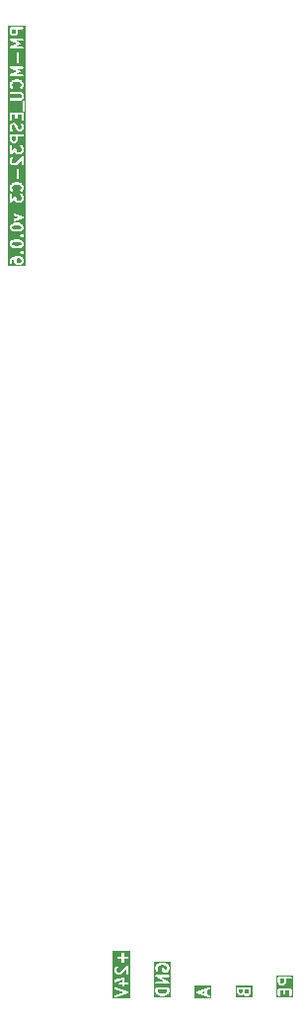
<source format=gbr>
%TF.GenerationSoftware,KiCad,Pcbnew,9.0.1*%
%TF.CreationDate,2025-05-24T17:32:27+03:00*%
%TF.ProjectId,PM-MCU_ESP32-C3,504d2d4d-4355-45f4-9553-5033322d4333,rev?*%
%TF.SameCoordinates,Original*%
%TF.FileFunction,Legend,Bot*%
%TF.FilePolarity,Positive*%
%FSLAX46Y46*%
G04 Gerber Fmt 4.6, Leading zero omitted, Abs format (unit mm)*
G04 Created by KiCad (PCBNEW 9.0.1) date 2025-05-24 17:32:27*
%MOMM*%
%LPD*%
G01*
G04 APERTURE LIST*
%ADD10C,0.200000*%
G04 APERTURE END LIST*
D10*
G36*
X21852219Y-46963862D02*
G01*
X21822414Y-47023471D01*
X21797746Y-47048138D01*
X21738135Y-47077945D01*
X21642492Y-47077945D01*
X21582882Y-47048140D01*
X21563430Y-47028688D01*
X21528409Y-46923623D01*
X21528409Y-46706517D01*
X21852219Y-46706517D01*
X21852219Y-46963862D01*
G37*
G36*
X21328409Y-46916243D02*
G01*
X21298604Y-46975852D01*
X21273935Y-47000520D01*
X21214326Y-47030326D01*
X21166302Y-47030326D01*
X21106692Y-47000521D01*
X21082024Y-46975852D01*
X21052219Y-46916242D01*
X21052219Y-46706517D01*
X21328409Y-46706517D01*
X21328409Y-46916243D01*
G37*
G36*
X22163330Y-47389056D02*
G01*
X20741108Y-47389056D01*
X20741108Y-46606517D01*
X20852219Y-46606517D01*
X20852219Y-46939850D01*
X20854140Y-46959359D01*
X20855515Y-46962679D01*
X20855770Y-46966263D01*
X20862776Y-46984571D01*
X20910395Y-47079809D01*
X20915680Y-47088205D01*
X20916691Y-47090645D01*
X20918944Y-47093391D01*
X20920838Y-47096399D01*
X20922832Y-47098128D01*
X20929127Y-47105799D01*
X20976746Y-47153417D01*
X20984412Y-47159709D01*
X20986145Y-47161707D01*
X20989153Y-47163600D01*
X20991899Y-47165854D01*
X20994339Y-47166864D01*
X21002736Y-47172150D01*
X21097973Y-47219769D01*
X21116282Y-47226775D01*
X21119865Y-47227029D01*
X21123186Y-47228405D01*
X21142695Y-47230326D01*
X21237933Y-47230326D01*
X21257442Y-47228405D01*
X21260762Y-47227029D01*
X21264346Y-47226775D01*
X21282654Y-47219769D01*
X21377892Y-47172150D01*
X21386288Y-47166864D01*
X21388728Y-47165854D01*
X21391474Y-47163600D01*
X21394482Y-47161707D01*
X21396211Y-47159712D01*
X21403882Y-47153418D01*
X21404670Y-47152629D01*
X21405317Y-47153418D01*
X21452936Y-47201036D01*
X21460602Y-47207328D01*
X21462335Y-47209326D01*
X21465343Y-47211219D01*
X21468089Y-47213473D01*
X21470529Y-47214483D01*
X21478926Y-47219769D01*
X21574163Y-47267388D01*
X21592472Y-47274394D01*
X21596055Y-47274648D01*
X21599376Y-47276024D01*
X21618885Y-47277945D01*
X21761742Y-47277945D01*
X21781251Y-47276024D01*
X21784571Y-47274648D01*
X21788155Y-47274394D01*
X21806463Y-47267388D01*
X21901701Y-47219769D01*
X21910093Y-47214485D01*
X21912537Y-47213474D01*
X21915286Y-47211217D01*
X21918291Y-47209326D01*
X21920020Y-47207331D01*
X21927690Y-47201037D01*
X21975310Y-47153419D01*
X21981603Y-47145750D01*
X21983600Y-47144019D01*
X21985493Y-47141010D01*
X21987747Y-47138265D01*
X21988757Y-47135824D01*
X21994043Y-47127428D01*
X22041662Y-47032191D01*
X22048668Y-47013882D01*
X22048922Y-47010298D01*
X22050298Y-47006978D01*
X22052219Y-46987469D01*
X22052219Y-46606517D01*
X22050298Y-46587008D01*
X22035366Y-46550960D01*
X22007776Y-46523370D01*
X21971728Y-46508438D01*
X21952219Y-46506517D01*
X20952219Y-46506517D01*
X20932710Y-46508438D01*
X20896662Y-46523370D01*
X20869072Y-46550960D01*
X20854140Y-46587008D01*
X20852219Y-46606517D01*
X20741108Y-46606517D01*
X20741108Y-46395406D01*
X22163330Y-46395406D01*
X22163330Y-47389056D01*
G37*
G36*
X24876028Y-46059100D02*
G01*
X24846223Y-46118709D01*
X24821554Y-46143377D01*
X24761945Y-46173183D01*
X24666302Y-46173183D01*
X24606692Y-46143378D01*
X24582024Y-46118709D01*
X24552219Y-46059099D01*
X24552219Y-45801755D01*
X24876028Y-45801755D01*
X24876028Y-46059100D01*
G37*
G36*
X25663330Y-47387135D02*
G01*
X24241108Y-47387135D01*
X24241108Y-46701755D01*
X24352219Y-46701755D01*
X24352219Y-47177945D01*
X24354140Y-47197454D01*
X24369072Y-47233502D01*
X24396662Y-47261092D01*
X24432710Y-47276024D01*
X24471728Y-47276024D01*
X24507776Y-47261092D01*
X24535366Y-47233502D01*
X24550298Y-47197454D01*
X24552219Y-47177945D01*
X24552219Y-46801755D01*
X24828409Y-46801755D01*
X24828409Y-47035088D01*
X24830330Y-47054597D01*
X24845262Y-47090645D01*
X24872852Y-47118235D01*
X24908900Y-47133167D01*
X24947918Y-47133167D01*
X24983966Y-47118235D01*
X25011556Y-47090645D01*
X25026488Y-47054597D01*
X25028409Y-47035088D01*
X25028409Y-46801755D01*
X25352219Y-46801755D01*
X25352219Y-47177945D01*
X25354140Y-47197454D01*
X25369072Y-47233502D01*
X25396662Y-47261092D01*
X25432710Y-47276024D01*
X25471728Y-47276024D01*
X25507776Y-47261092D01*
X25535366Y-47233502D01*
X25550298Y-47197454D01*
X25552219Y-47177945D01*
X25552219Y-46701755D01*
X25550298Y-46682246D01*
X25535366Y-46646198D01*
X25507776Y-46618608D01*
X25471728Y-46603676D01*
X25452219Y-46601755D01*
X24452219Y-46601755D01*
X24432710Y-46603676D01*
X24396662Y-46618608D01*
X24369072Y-46646198D01*
X24354140Y-46682246D01*
X24352219Y-46701755D01*
X24241108Y-46701755D01*
X24241108Y-45701755D01*
X24352219Y-45701755D01*
X24352219Y-46082707D01*
X24354140Y-46102216D01*
X24355515Y-46105536D01*
X24355770Y-46109120D01*
X24362776Y-46127428D01*
X24410395Y-46222666D01*
X24415680Y-46231062D01*
X24416691Y-46233502D01*
X24418944Y-46236248D01*
X24420838Y-46239256D01*
X24422832Y-46240985D01*
X24429127Y-46248656D01*
X24476746Y-46296274D01*
X24484412Y-46302566D01*
X24486145Y-46304564D01*
X24489153Y-46306457D01*
X24491899Y-46308711D01*
X24494339Y-46309721D01*
X24502736Y-46315007D01*
X24597973Y-46362626D01*
X24616282Y-46369632D01*
X24619865Y-46369886D01*
X24623186Y-46371262D01*
X24642695Y-46373183D01*
X24785552Y-46373183D01*
X24805061Y-46371262D01*
X24808381Y-46369886D01*
X24811965Y-46369632D01*
X24830273Y-46362626D01*
X24925511Y-46315007D01*
X24933907Y-46309721D01*
X24936347Y-46308711D01*
X24939093Y-46306457D01*
X24942101Y-46304564D01*
X24943830Y-46302569D01*
X24951501Y-46296275D01*
X24999119Y-46248656D01*
X25005411Y-46240989D01*
X25007409Y-46239257D01*
X25009302Y-46236248D01*
X25011556Y-46233503D01*
X25012566Y-46231062D01*
X25017852Y-46222666D01*
X25065471Y-46127429D01*
X25072477Y-46109120D01*
X25072731Y-46105536D01*
X25074107Y-46102216D01*
X25076028Y-46082707D01*
X25076028Y-45801755D01*
X25452219Y-45801755D01*
X25471728Y-45799834D01*
X25507776Y-45784902D01*
X25535366Y-45757312D01*
X25550298Y-45721264D01*
X25550298Y-45682246D01*
X25535366Y-45646198D01*
X25507776Y-45618608D01*
X25471728Y-45603676D01*
X25452219Y-45601755D01*
X24452219Y-45601755D01*
X24432710Y-45603676D01*
X24396662Y-45618608D01*
X24369072Y-45646198D01*
X24354140Y-45682246D01*
X24352219Y-45701755D01*
X24241108Y-45701755D01*
X24241108Y-45490644D01*
X25663330Y-45490644D01*
X25663330Y-47387135D01*
G37*
G36*
X2297746Y15881474D02*
G01*
X2322414Y15856807D01*
X2352219Y15797197D01*
X2352219Y15653935D01*
X2322414Y15594326D01*
X2297746Y15569659D01*
X2238135Y15539852D01*
X2047254Y15539852D01*
X1987644Y15569657D01*
X1962976Y15594326D01*
X1933171Y15653936D01*
X1933171Y15797197D01*
X1962976Y15856807D01*
X1987644Y15881476D01*
X2047254Y15911280D01*
X2238135Y15911280D01*
X2297746Y15881474D01*
G37*
G36*
X2226837Y17297881D02*
G01*
X2297746Y17262426D01*
X2322414Y17237759D01*
X2352219Y17178149D01*
X2352219Y17130125D01*
X2322414Y17070516D01*
X2297746Y17045849D01*
X2226837Y17010394D01*
X2058956Y16968423D01*
X1845480Y16968423D01*
X1677599Y17010394D01*
X1606692Y17045847D01*
X1582024Y17070516D01*
X1552219Y17130126D01*
X1552219Y17178149D01*
X1582024Y17237759D01*
X1606692Y17262428D01*
X1677599Y17297881D01*
X1845480Y17339851D01*
X2058956Y17339851D01*
X2226837Y17297881D01*
G37*
G36*
X2226837Y18726452D02*
G01*
X2297746Y18690997D01*
X2322414Y18666330D01*
X2352219Y18606720D01*
X2352219Y18558696D01*
X2322414Y18499087D01*
X2297746Y18474420D01*
X2226837Y18438965D01*
X2058956Y18396994D01*
X1845480Y18396994D01*
X1677599Y18438965D01*
X1606692Y18474418D01*
X1582024Y18499087D01*
X1552219Y18558697D01*
X1552219Y18606720D01*
X1582024Y18666330D01*
X1606692Y18690999D01*
X1677599Y18726452D01*
X1845480Y18768422D01*
X2058956Y18768422D01*
X2226837Y18726452D01*
G37*
G36*
X1876028Y26082506D02*
G01*
X1846223Y26022897D01*
X1821554Y25998229D01*
X1761945Y25968423D01*
X1666302Y25968423D01*
X1606692Y25998228D01*
X1582024Y26022897D01*
X1552219Y26082507D01*
X1552219Y26339851D01*
X1876028Y26339851D01*
X1876028Y26082506D01*
G37*
G36*
X1876028Y35272982D02*
G01*
X1846223Y35213373D01*
X1821554Y35188705D01*
X1761945Y35158899D01*
X1666302Y35158899D01*
X1606692Y35188704D01*
X1582024Y35213373D01*
X1552219Y35272983D01*
X1552219Y35530327D01*
X1876028Y35530327D01*
X1876028Y35272982D01*
G37*
G36*
X2758568Y15228741D02*
G01*
X1241108Y15228741D01*
X1241108Y15725566D01*
X1352219Y15725566D01*
X1352219Y15535090D01*
X1354140Y15515581D01*
X1369072Y15479533D01*
X1396662Y15451943D01*
X1432710Y15437011D01*
X1471728Y15437011D01*
X1507776Y15451943D01*
X1535366Y15479533D01*
X1550298Y15515581D01*
X1552219Y15535090D01*
X1552219Y15701959D01*
X1582024Y15761569D01*
X1611165Y15790711D01*
X1731372Y15870849D01*
X1748534Y15875139D01*
X1743728Y15865525D01*
X1736722Y15847217D01*
X1736467Y15843634D01*
X1735092Y15840313D01*
X1733171Y15820804D01*
X1733171Y15630328D01*
X1735092Y15610819D01*
X1736467Y15607499D01*
X1736722Y15603915D01*
X1743728Y15585607D01*
X1791347Y15490369D01*
X1796632Y15481973D01*
X1797643Y15479533D01*
X1799896Y15476787D01*
X1801790Y15473779D01*
X1803784Y15472050D01*
X1810079Y15464379D01*
X1857698Y15416761D01*
X1865364Y15410469D01*
X1867097Y15408471D01*
X1870105Y15406578D01*
X1872851Y15404324D01*
X1875291Y15403314D01*
X1883688Y15398028D01*
X1978925Y15350409D01*
X1997234Y15343403D01*
X2000817Y15343149D01*
X2004138Y15341773D01*
X2023647Y15339852D01*
X2261742Y15339852D01*
X2281251Y15341773D01*
X2284571Y15343149D01*
X2288155Y15343403D01*
X2306463Y15350409D01*
X2401701Y15398028D01*
X2410093Y15403312D01*
X2412537Y15404323D01*
X2415286Y15406580D01*
X2418291Y15408471D01*
X2420020Y15410466D01*
X2427690Y15416760D01*
X2475310Y15464378D01*
X2481603Y15472047D01*
X2483600Y15473778D01*
X2485493Y15476787D01*
X2487747Y15479532D01*
X2488757Y15481973D01*
X2494043Y15490369D01*
X2541662Y15585606D01*
X2548668Y15603915D01*
X2548922Y15607499D01*
X2550298Y15610819D01*
X2552219Y15630328D01*
X2552219Y15820804D01*
X2550298Y15840313D01*
X2548922Y15843634D01*
X2548668Y15847217D01*
X2541662Y15865526D01*
X2494043Y15960763D01*
X2488757Y15969160D01*
X2487747Y15971600D01*
X2485493Y15974346D01*
X2483600Y15977354D01*
X2481603Y15979086D01*
X2475310Y15986754D01*
X2427690Y16034372D01*
X2420020Y16040667D01*
X2418291Y16042661D01*
X2415286Y16044553D01*
X2412537Y16046809D01*
X2410093Y16047821D01*
X2401701Y16053104D01*
X2306463Y16100723D01*
X2288155Y16107729D01*
X2284571Y16107984D01*
X2281251Y16109359D01*
X2261742Y16111280D01*
X1880790Y16111280D01*
X1877387Y16110945D01*
X1875929Y16111162D01*
X1868631Y16110083D01*
X1861281Y16109359D01*
X1859917Y16108795D01*
X1856536Y16108294D01*
X1666060Y16060675D01*
X1654565Y16056569D01*
X1652142Y16056089D01*
X1649945Y16054919D01*
X1647600Y16054080D01*
X1645613Y16052609D01*
X1634844Y16046866D01*
X1491987Y15951628D01*
X1491933Y15951585D01*
X1491899Y15951570D01*
X1484413Y15945426D01*
X1476820Y15939208D01*
X1476798Y15939177D01*
X1476746Y15939133D01*
X1429127Y15891515D01*
X1422832Y15883845D01*
X1420838Y15882115D01*
X1418944Y15879108D01*
X1416691Y15876361D01*
X1415680Y15873922D01*
X1410395Y15865525D01*
X1362776Y15770287D01*
X1355770Y15751979D01*
X1355515Y15748396D01*
X1354140Y15745075D01*
X1352219Y15725566D01*
X1241108Y15725566D01*
X1241108Y16459360D01*
X2258901Y16459360D01*
X2258901Y16420342D01*
X2260385Y16416759D01*
X2273832Y16384294D01*
X2273833Y16384293D01*
X2286270Y16369140D01*
X2333890Y16321521D01*
X2349043Y16309084D01*
X2374533Y16298527D01*
X2385091Y16294153D01*
X2385092Y16294153D01*
X2424109Y16294153D01*
X2445226Y16302901D01*
X2460158Y16309085D01*
X2460162Y16309090D01*
X2475311Y16321521D01*
X2522929Y16369140D01*
X2535366Y16384293D01*
X2546735Y16411741D01*
X2550298Y16420342D01*
X2550298Y16459360D01*
X2535366Y16495408D01*
X2535366Y16495409D01*
X2522929Y16510562D01*
X2475311Y16558181D01*
X2460162Y16570613D01*
X2460158Y16570617D01*
X2445226Y16576802D01*
X2424109Y16585549D01*
X2385091Y16585549D01*
X2374533Y16581176D01*
X2349043Y16570618D01*
X2333890Y16558181D01*
X2286270Y16510562D01*
X2273833Y16495409D01*
X2273832Y16495408D01*
X2263274Y16469918D01*
X2258901Y16459360D01*
X1241108Y16459360D01*
X1241108Y17201756D01*
X1352219Y17201756D01*
X1352219Y17106518D01*
X1354140Y17087009D01*
X1355515Y17083689D01*
X1355770Y17080105D01*
X1362776Y17061797D01*
X1410395Y16966559D01*
X1415680Y16958163D01*
X1416691Y16955723D01*
X1418944Y16952977D01*
X1420838Y16949969D01*
X1422832Y16948240D01*
X1429127Y16940569D01*
X1476746Y16892951D01*
X1484412Y16886659D01*
X1486145Y16884661D01*
X1489153Y16882768D01*
X1491899Y16880514D01*
X1494339Y16879504D01*
X1502736Y16874218D01*
X1597973Y16826599D01*
X1599401Y16826053D01*
X1599981Y16825623D01*
X1608157Y16822702D01*
X1616282Y16819593D01*
X1617002Y16819542D01*
X1618441Y16819028D01*
X1808917Y16771409D01*
X1812298Y16770909D01*
X1813662Y16770344D01*
X1821012Y16769621D01*
X1828310Y16768541D01*
X1829768Y16768759D01*
X1833171Y16768423D01*
X2071266Y16768423D01*
X2074668Y16768759D01*
X2076127Y16768541D01*
X2083424Y16769621D01*
X2090775Y16770344D01*
X2092138Y16770909D01*
X2095520Y16771409D01*
X2285995Y16819028D01*
X2287432Y16819542D01*
X2288155Y16819593D01*
X2296279Y16822702D01*
X2304456Y16825623D01*
X2305036Y16826054D01*
X2306463Y16826599D01*
X2401701Y16874218D01*
X2410093Y16879502D01*
X2412537Y16880513D01*
X2415286Y16882770D01*
X2418291Y16884661D01*
X2420020Y16886656D01*
X2427690Y16892950D01*
X2475310Y16940568D01*
X2481603Y16948237D01*
X2483600Y16949968D01*
X2485493Y16952977D01*
X2487747Y16955722D01*
X2488757Y16958163D01*
X2494043Y16966559D01*
X2541662Y17061796D01*
X2548668Y17080105D01*
X2548922Y17083689D01*
X2550298Y17087009D01*
X2552219Y17106518D01*
X2552219Y17201756D01*
X2550298Y17221265D01*
X2548922Y17224586D01*
X2548668Y17228169D01*
X2541662Y17246478D01*
X2494043Y17341715D01*
X2488757Y17350112D01*
X2487747Y17352552D01*
X2485493Y17355298D01*
X2483600Y17358306D01*
X2481603Y17360038D01*
X2475310Y17367706D01*
X2427690Y17415324D01*
X2420020Y17421619D01*
X2418291Y17423613D01*
X2415286Y17425505D01*
X2412537Y17427761D01*
X2410093Y17428773D01*
X2401701Y17434056D01*
X2306463Y17481675D01*
X2305036Y17482221D01*
X2304456Y17482651D01*
X2296279Y17485573D01*
X2288155Y17488681D01*
X2287432Y17488733D01*
X2285995Y17489246D01*
X2095520Y17536865D01*
X2092138Y17537366D01*
X2090775Y17537930D01*
X2083424Y17538654D01*
X2076127Y17539733D01*
X2074668Y17539516D01*
X2071266Y17539851D01*
X1833171Y17539851D01*
X1829768Y17539516D01*
X1828310Y17539733D01*
X1821012Y17538654D01*
X1813662Y17537930D01*
X1812298Y17537366D01*
X1808917Y17536865D01*
X1618441Y17489246D01*
X1617002Y17488733D01*
X1616282Y17488681D01*
X1608157Y17485573D01*
X1599981Y17482651D01*
X1599401Y17482222D01*
X1597973Y17481675D01*
X1502736Y17434056D01*
X1494339Y17428771D01*
X1491899Y17427760D01*
X1489153Y17425507D01*
X1486145Y17423613D01*
X1484412Y17421616D01*
X1476746Y17415323D01*
X1429127Y17367705D01*
X1422832Y17360035D01*
X1420838Y17358305D01*
X1418944Y17355298D01*
X1416691Y17352551D01*
X1415680Y17350112D01*
X1410395Y17341715D01*
X1362776Y17246477D01*
X1355770Y17228169D01*
X1355515Y17224586D01*
X1354140Y17221265D01*
X1352219Y17201756D01*
X1241108Y17201756D01*
X1241108Y17887931D01*
X2258901Y17887931D01*
X2258901Y17848913D01*
X2260385Y17845330D01*
X2273832Y17812865D01*
X2273833Y17812864D01*
X2286270Y17797711D01*
X2333890Y17750092D01*
X2349043Y17737655D01*
X2374533Y17727098D01*
X2385091Y17722724D01*
X2385092Y17722724D01*
X2424109Y17722724D01*
X2445226Y17731472D01*
X2460158Y17737656D01*
X2460162Y17737661D01*
X2475311Y17750092D01*
X2522929Y17797711D01*
X2535366Y17812864D01*
X2546735Y17840312D01*
X2550298Y17848913D01*
X2550298Y17887931D01*
X2535366Y17923979D01*
X2535366Y17923980D01*
X2522929Y17939133D01*
X2475311Y17986752D01*
X2460162Y17999184D01*
X2460158Y17999188D01*
X2445226Y18005373D01*
X2424109Y18014120D01*
X2385091Y18014120D01*
X2374533Y18009747D01*
X2349043Y17999189D01*
X2333890Y17986752D01*
X2286270Y17939133D01*
X2273833Y17923980D01*
X2273832Y17923979D01*
X2263274Y17898489D01*
X2258901Y17887931D01*
X1241108Y17887931D01*
X1241108Y18630327D01*
X1352219Y18630327D01*
X1352219Y18535089D01*
X1354140Y18515580D01*
X1355515Y18512260D01*
X1355770Y18508676D01*
X1362776Y18490368D01*
X1410395Y18395130D01*
X1415680Y18386734D01*
X1416691Y18384294D01*
X1418944Y18381548D01*
X1420838Y18378540D01*
X1422832Y18376811D01*
X1429127Y18369140D01*
X1476746Y18321522D01*
X1484412Y18315230D01*
X1486145Y18313232D01*
X1489153Y18311339D01*
X1491899Y18309085D01*
X1494339Y18308075D01*
X1502736Y18302789D01*
X1597973Y18255170D01*
X1599401Y18254624D01*
X1599981Y18254194D01*
X1608157Y18251273D01*
X1616282Y18248164D01*
X1617002Y18248113D01*
X1618441Y18247599D01*
X1808917Y18199980D01*
X1812298Y18199480D01*
X1813662Y18198915D01*
X1821012Y18198192D01*
X1828310Y18197112D01*
X1829768Y18197330D01*
X1833171Y18196994D01*
X2071266Y18196994D01*
X2074668Y18197330D01*
X2076127Y18197112D01*
X2083424Y18198192D01*
X2090775Y18198915D01*
X2092138Y18199480D01*
X2095520Y18199980D01*
X2285995Y18247599D01*
X2287432Y18248113D01*
X2288155Y18248164D01*
X2296279Y18251273D01*
X2304456Y18254194D01*
X2305036Y18254625D01*
X2306463Y18255170D01*
X2401701Y18302789D01*
X2410093Y18308073D01*
X2412537Y18309084D01*
X2415286Y18311341D01*
X2418291Y18313232D01*
X2420020Y18315227D01*
X2427690Y18321521D01*
X2475310Y18369139D01*
X2481603Y18376808D01*
X2483600Y18378539D01*
X2485493Y18381548D01*
X2487747Y18384293D01*
X2488757Y18386734D01*
X2494043Y18395130D01*
X2541662Y18490367D01*
X2548668Y18508676D01*
X2548922Y18512260D01*
X2550298Y18515580D01*
X2552219Y18535089D01*
X2552219Y18630327D01*
X2550298Y18649836D01*
X2548922Y18653157D01*
X2548668Y18656740D01*
X2541662Y18675049D01*
X2494043Y18770286D01*
X2488757Y18778683D01*
X2487747Y18781123D01*
X2485493Y18783869D01*
X2483600Y18786877D01*
X2481603Y18788609D01*
X2475310Y18796277D01*
X2427690Y18843895D01*
X2420020Y18850190D01*
X2418291Y18852184D01*
X2415286Y18854076D01*
X2412537Y18856332D01*
X2410093Y18857344D01*
X2401701Y18862627D01*
X2306463Y18910246D01*
X2305036Y18910792D01*
X2304456Y18911222D01*
X2296279Y18914144D01*
X2288155Y18917252D01*
X2287432Y18917304D01*
X2285995Y18917817D01*
X2095520Y18965436D01*
X2092138Y18965937D01*
X2090775Y18966501D01*
X2083424Y18967225D01*
X2076127Y18968304D01*
X2074668Y18968087D01*
X2071266Y18968422D01*
X1833171Y18968422D01*
X1829768Y18968087D01*
X1828310Y18968304D01*
X1821012Y18967225D01*
X1813662Y18966501D01*
X1812298Y18965937D01*
X1808917Y18965436D01*
X1618441Y18917817D01*
X1617002Y18917304D01*
X1616282Y18917252D01*
X1608157Y18914144D01*
X1599981Y18911222D01*
X1599401Y18910793D01*
X1597973Y18910246D01*
X1502736Y18862627D01*
X1494339Y18857342D01*
X1491899Y18856331D01*
X1489153Y18854078D01*
X1486145Y18852184D01*
X1484412Y18850187D01*
X1476746Y18843894D01*
X1429127Y18796276D01*
X1422832Y18788606D01*
X1420838Y18786876D01*
X1418944Y18783869D01*
X1416691Y18781122D01*
X1415680Y18778683D01*
X1410395Y18770286D01*
X1362776Y18675048D01*
X1355770Y18656740D01*
X1355515Y18653157D01*
X1354140Y18649836D01*
X1352219Y18630327D01*
X1241108Y18630327D01*
X1241108Y19692561D01*
X1686625Y19692561D01*
X1688563Y19653591D01*
X1705266Y19618329D01*
X1734192Y19592142D01*
X1751918Y19583772D01*
X2154897Y19439851D01*
X1751918Y19295930D01*
X1734192Y19287560D01*
X1705266Y19261373D01*
X1688563Y19226111D01*
X1686625Y19187141D01*
X1699748Y19150396D01*
X1725935Y19121470D01*
X1761197Y19104767D01*
X1800167Y19102829D01*
X1819186Y19107582D01*
X2485852Y19345677D01*
X2503579Y19354047D01*
X2507301Y19357418D01*
X2511836Y19359565D01*
X2521657Y19370415D01*
X2532504Y19380234D01*
X2534651Y19384769D01*
X2538022Y19388491D01*
X2542943Y19402273D01*
X2549208Y19415496D01*
X2549457Y19420511D01*
X2551145Y19425236D01*
X2550418Y19439851D01*
X2551145Y19454466D01*
X2549457Y19459192D01*
X2549208Y19464206D01*
X2542943Y19477430D01*
X2538022Y19491211D01*
X2534651Y19494934D01*
X2532504Y19499468D01*
X2521657Y19509288D01*
X2511836Y19520137D01*
X2507301Y19522285D01*
X2503579Y19525655D01*
X2485852Y19534025D01*
X1819186Y19772120D01*
X1800167Y19776873D01*
X1761197Y19774935D01*
X1725935Y19758232D01*
X1699748Y19729306D01*
X1686625Y19692561D01*
X1241108Y19692561D01*
X1241108Y21392232D01*
X1352219Y21392232D01*
X1352219Y20773185D01*
X1353234Y20762868D01*
X1353060Y20760243D01*
X1353671Y20758436D01*
X1354140Y20753676D01*
X1360355Y20738671D01*
X1365560Y20723282D01*
X1367781Y20720743D01*
X1369072Y20717628D01*
X1380556Y20706144D01*
X1391254Y20693918D01*
X1394277Y20692423D01*
X1396662Y20690038D01*
X1411668Y20683822D01*
X1426229Y20676621D01*
X1429594Y20676397D01*
X1432710Y20675106D01*
X1448958Y20675106D01*
X1465161Y20674026D01*
X1468354Y20675106D01*
X1471728Y20675106D01*
X1486733Y20681322D01*
X1502122Y20686526D01*
X1506012Y20689308D01*
X1507776Y20690038D01*
X1509635Y20691898D01*
X1518069Y20697927D01*
X1751923Y20902550D01*
X1791347Y20823702D01*
X1796632Y20815306D01*
X1797643Y20812866D01*
X1799896Y20810120D01*
X1801790Y20807112D01*
X1803784Y20805383D01*
X1810079Y20797712D01*
X1857698Y20750094D01*
X1865364Y20743802D01*
X1867097Y20741804D01*
X1870105Y20739911D01*
X1872851Y20737657D01*
X1875291Y20736647D01*
X1883688Y20731361D01*
X1978925Y20683742D01*
X1997234Y20676736D01*
X2000817Y20676482D01*
X2004138Y20675106D01*
X2023647Y20673185D01*
X2261742Y20673185D01*
X2281251Y20675106D01*
X2284571Y20676482D01*
X2288155Y20676736D01*
X2306463Y20683742D01*
X2401701Y20731361D01*
X2410093Y20736645D01*
X2412537Y20737656D01*
X2415286Y20739913D01*
X2418291Y20741804D01*
X2420020Y20743799D01*
X2427690Y20750093D01*
X2475310Y20797711D01*
X2481603Y20805380D01*
X2483600Y20807111D01*
X2485493Y20810120D01*
X2487747Y20812865D01*
X2488757Y20815306D01*
X2494043Y20823702D01*
X2541662Y20918939D01*
X2548668Y20937248D01*
X2548922Y20940832D01*
X2550298Y20944152D01*
X2552219Y20963661D01*
X2552219Y21249375D01*
X2550298Y21268884D01*
X2548922Y21272205D01*
X2548668Y21275788D01*
X2541662Y21294097D01*
X2494043Y21389334D01*
X2488757Y21397731D01*
X2487747Y21400171D01*
X2485493Y21402917D01*
X2483600Y21405925D01*
X2481603Y21407657D01*
X2475310Y21415325D01*
X2427690Y21462943D01*
X2412537Y21475380D01*
X2376488Y21490311D01*
X2337470Y21490310D01*
X2301422Y21475379D01*
X2273832Y21447789D01*
X2258901Y21411740D01*
X2258902Y21372722D01*
X2273833Y21336674D01*
X2286270Y21321521D01*
X2322414Y21285378D01*
X2352219Y21225768D01*
X2352219Y20987268D01*
X2322414Y20927659D01*
X2297746Y20902992D01*
X2238135Y20873185D01*
X2047254Y20873185D01*
X1987644Y20902990D01*
X1962976Y20927659D01*
X1933171Y20987269D01*
X1933171Y21106518D01*
X1932155Y21116836D01*
X1932330Y21119460D01*
X1931718Y21121268D01*
X1931250Y21126027D01*
X1925035Y21141031D01*
X1919830Y21156422D01*
X1917607Y21158962D01*
X1916318Y21162075D01*
X1904840Y21173553D01*
X1894136Y21185786D01*
X1891111Y21187282D01*
X1888728Y21189665D01*
X1873726Y21195880D01*
X1859161Y21203082D01*
X1855795Y21203307D01*
X1852680Y21204597D01*
X1836432Y21204597D01*
X1820229Y21205677D01*
X1817036Y21204597D01*
X1813662Y21204597D01*
X1798656Y21198382D01*
X1783268Y21193177D01*
X1779377Y21190396D01*
X1777614Y21189665D01*
X1775754Y21187806D01*
X1767321Y21181776D01*
X1552219Y20993562D01*
X1552219Y21392232D01*
X1550298Y21411741D01*
X1535366Y21447789D01*
X1507776Y21475379D01*
X1471728Y21490311D01*
X1432710Y21490311D01*
X1396662Y21475379D01*
X1369072Y21447789D01*
X1354140Y21411741D01*
X1352219Y21392232D01*
X1241108Y21392232D01*
X1241108Y22011280D01*
X1352219Y22011280D01*
X1352219Y21916042D01*
X1353191Y21906169D01*
X1353004Y21903535D01*
X1353791Y21900072D01*
X1354140Y21896533D01*
X1355151Y21894091D01*
X1357351Y21884419D01*
X1404970Y21741563D01*
X1412961Y21723662D01*
X1415316Y21720947D01*
X1416691Y21717628D01*
X1429127Y21702474D01*
X1476746Y21654856D01*
X1491899Y21642419D01*
X1527948Y21627488D01*
X1566966Y21627488D01*
X1603014Y21642419D01*
X1630604Y21670009D01*
X1645535Y21706057D01*
X1645535Y21745075D01*
X1630604Y21781124D01*
X1618167Y21796277D01*
X1587240Y21827204D01*
X1552219Y21932269D01*
X1552219Y21995053D01*
X1587240Y22100118D01*
X1654313Y22167190D01*
X1725218Y22202643D01*
X1893099Y22244613D01*
X2011337Y22244613D01*
X2179218Y22202643D01*
X2250127Y22167189D01*
X2317197Y22100119D01*
X2352219Y21995054D01*
X2352219Y21932269D01*
X2317197Y21827204D01*
X2286270Y21796277D01*
X2273833Y21781124D01*
X2258902Y21745076D01*
X2258901Y21706058D01*
X2273832Y21670009D01*
X2301422Y21642419D01*
X2337470Y21627488D01*
X2376488Y21627487D01*
X2412537Y21642418D01*
X2427690Y21654855D01*
X2475310Y21702473D01*
X2487747Y21717627D01*
X2489122Y21720947D01*
X2491477Y21723662D01*
X2499468Y21741562D01*
X2547087Y21884419D01*
X2549286Y21894092D01*
X2550298Y21896533D01*
X2550646Y21900071D01*
X2551434Y21903534D01*
X2551246Y21906169D01*
X2552219Y21916042D01*
X2552219Y22011280D01*
X2551246Y22021154D01*
X2551434Y22023788D01*
X2550646Y22027252D01*
X2550298Y22030789D01*
X2549286Y22033231D01*
X2547087Y22042903D01*
X2499468Y22185760D01*
X2491477Y22203660D01*
X2489122Y22206376D01*
X2487747Y22209695D01*
X2475311Y22224848D01*
X2380071Y22320086D01*
X2372401Y22326381D01*
X2370672Y22328375D01*
X2367667Y22330267D01*
X2364918Y22332523D01*
X2362474Y22333536D01*
X2354082Y22338818D01*
X2258844Y22386437D01*
X2257417Y22386983D01*
X2256837Y22387413D01*
X2248660Y22390335D01*
X2240536Y22393443D01*
X2239813Y22393495D01*
X2238376Y22394008D01*
X2047901Y22441627D01*
X2044519Y22442128D01*
X2043156Y22442692D01*
X2035805Y22443416D01*
X2028508Y22444495D01*
X2027049Y22444278D01*
X2023647Y22444613D01*
X1880790Y22444613D01*
X1877387Y22444278D01*
X1875929Y22444495D01*
X1868631Y22443416D01*
X1861281Y22442692D01*
X1859917Y22442128D01*
X1856536Y22441627D01*
X1666060Y22394008D01*
X1664621Y22393495D01*
X1663901Y22393443D01*
X1655776Y22390335D01*
X1647600Y22387413D01*
X1647020Y22386984D01*
X1645592Y22386437D01*
X1550355Y22338818D01*
X1541956Y22333532D01*
X1539519Y22332522D01*
X1536775Y22330271D01*
X1533764Y22328375D01*
X1532031Y22326378D01*
X1524365Y22320086D01*
X1429127Y22224848D01*
X1416691Y22209694D01*
X1415316Y22206376D01*
X1412961Y22203660D01*
X1404970Y22185759D01*
X1357351Y22042903D01*
X1355151Y22033232D01*
X1354140Y22030789D01*
X1353791Y22027251D01*
X1353004Y22023787D01*
X1353191Y22021154D01*
X1352219Y22011280D01*
X1241108Y22011280D01*
X1241108Y23535089D01*
X1971266Y23535089D01*
X1971266Y22773184D01*
X1973187Y22753675D01*
X1988119Y22717627D01*
X2015709Y22690037D01*
X2051757Y22675105D01*
X2090775Y22675105D01*
X2126823Y22690037D01*
X2154413Y22717627D01*
X2169345Y22753675D01*
X2171266Y22773184D01*
X2171266Y23535089D01*
X2169345Y23554598D01*
X2154413Y23590646D01*
X2126823Y23618236D01*
X2090775Y23633168D01*
X2051757Y23633168D01*
X2015709Y23618236D01*
X1988119Y23590646D01*
X1973187Y23554598D01*
X1971266Y23535089D01*
X1241108Y23535089D01*
X1241108Y24392232D01*
X1352219Y24392232D01*
X1352219Y24154137D01*
X1354140Y24134628D01*
X1355515Y24131308D01*
X1355770Y24127724D01*
X1362776Y24109416D01*
X1410395Y24014178D01*
X1415680Y24005782D01*
X1416691Y24003342D01*
X1418944Y24000596D01*
X1420838Y23997588D01*
X1422832Y23995859D01*
X1429127Y23988188D01*
X1476746Y23940570D01*
X1484412Y23934278D01*
X1486145Y23932280D01*
X1489153Y23930387D01*
X1491899Y23928133D01*
X1494339Y23927123D01*
X1502736Y23921837D01*
X1597973Y23874218D01*
X1616282Y23867212D01*
X1619865Y23866958D01*
X1623186Y23865582D01*
X1642695Y23863661D01*
X1737933Y23863661D01*
X1747806Y23864634D01*
X1750440Y23864446D01*
X1753903Y23865234D01*
X1757442Y23865582D01*
X1759884Y23866594D01*
X1769556Y23868793D01*
X1912412Y23916412D01*
X1930313Y23924403D01*
X1933028Y23926759D01*
X1936347Y23928133D01*
X1951501Y23940569D01*
X2352219Y24341287D01*
X2352219Y23963661D01*
X2354140Y23944152D01*
X2369072Y23908104D01*
X2396662Y23880514D01*
X2432710Y23865582D01*
X2471728Y23865582D01*
X2507776Y23880514D01*
X2535366Y23908104D01*
X2550298Y23944152D01*
X2552219Y23963661D01*
X2552219Y24582708D01*
X2550298Y24602217D01*
X2535366Y24638265D01*
X2507776Y24665855D01*
X2471728Y24680787D01*
X2432710Y24680787D01*
X2396662Y24665855D01*
X2381508Y24653419D01*
X1826770Y24098683D01*
X1721706Y24063661D01*
X1666302Y24063661D01*
X1606692Y24093466D01*
X1582024Y24118135D01*
X1552219Y24177745D01*
X1552219Y24368625D01*
X1582024Y24428235D01*
X1618167Y24464378D01*
X1630604Y24479531D01*
X1645535Y24515580D01*
X1645535Y24554598D01*
X1630604Y24590646D01*
X1603014Y24618236D01*
X1566966Y24633167D01*
X1527948Y24633167D01*
X1491899Y24618236D01*
X1476746Y24605799D01*
X1429127Y24558181D01*
X1422832Y24550511D01*
X1420838Y24548781D01*
X1418944Y24545774D01*
X1416691Y24543027D01*
X1415680Y24540588D01*
X1410395Y24532191D01*
X1362776Y24436953D01*
X1355770Y24418645D01*
X1355515Y24415062D01*
X1354140Y24411741D01*
X1352219Y24392232D01*
X1241108Y24392232D01*
X1241108Y25535089D01*
X1352219Y25535089D01*
X1352219Y24916042D01*
X1353234Y24905725D01*
X1353060Y24903100D01*
X1353671Y24901293D01*
X1354140Y24896533D01*
X1360355Y24881528D01*
X1365560Y24866139D01*
X1367781Y24863600D01*
X1369072Y24860485D01*
X1380556Y24849001D01*
X1391254Y24836775D01*
X1394277Y24835280D01*
X1396662Y24832895D01*
X1411668Y24826679D01*
X1426229Y24819478D01*
X1429594Y24819254D01*
X1432710Y24817963D01*
X1448958Y24817963D01*
X1465161Y24816883D01*
X1468354Y24817963D01*
X1471728Y24817963D01*
X1486733Y24824179D01*
X1502122Y24829383D01*
X1506012Y24832165D01*
X1507776Y24832895D01*
X1509635Y24834755D01*
X1518069Y24840784D01*
X1751923Y25045407D01*
X1791347Y24966559D01*
X1796632Y24958163D01*
X1797643Y24955723D01*
X1799896Y24952977D01*
X1801790Y24949969D01*
X1803784Y24948240D01*
X1810079Y24940569D01*
X1857698Y24892951D01*
X1865364Y24886659D01*
X1867097Y24884661D01*
X1870105Y24882768D01*
X1872851Y24880514D01*
X1875291Y24879504D01*
X1883688Y24874218D01*
X1978925Y24826599D01*
X1997234Y24819593D01*
X2000817Y24819339D01*
X2004138Y24817963D01*
X2023647Y24816042D01*
X2261742Y24816042D01*
X2281251Y24817963D01*
X2284571Y24819339D01*
X2288155Y24819593D01*
X2306463Y24826599D01*
X2401701Y24874218D01*
X2410093Y24879502D01*
X2412537Y24880513D01*
X2415286Y24882770D01*
X2418291Y24884661D01*
X2420020Y24886656D01*
X2427690Y24892950D01*
X2475310Y24940568D01*
X2481603Y24948237D01*
X2483600Y24949968D01*
X2485493Y24952977D01*
X2487747Y24955722D01*
X2488757Y24958163D01*
X2494043Y24966559D01*
X2541662Y25061796D01*
X2548668Y25080105D01*
X2548922Y25083689D01*
X2550298Y25087009D01*
X2552219Y25106518D01*
X2552219Y25392232D01*
X2550298Y25411741D01*
X2548922Y25415062D01*
X2548668Y25418645D01*
X2541662Y25436954D01*
X2494043Y25532191D01*
X2488757Y25540588D01*
X2487747Y25543028D01*
X2485493Y25545774D01*
X2483600Y25548782D01*
X2481603Y25550514D01*
X2475310Y25558182D01*
X2427690Y25605800D01*
X2412537Y25618237D01*
X2376488Y25633168D01*
X2337470Y25633167D01*
X2301422Y25618236D01*
X2273832Y25590646D01*
X2258901Y25554597D01*
X2258902Y25515579D01*
X2273833Y25479531D01*
X2286270Y25464378D01*
X2322414Y25428235D01*
X2352219Y25368625D01*
X2352219Y25130125D01*
X2322414Y25070516D01*
X2297746Y25045849D01*
X2238135Y25016042D01*
X2047254Y25016042D01*
X1987644Y25045847D01*
X1962976Y25070516D01*
X1933171Y25130126D01*
X1933171Y25249375D01*
X1932155Y25259693D01*
X1932330Y25262317D01*
X1931718Y25264125D01*
X1931250Y25268884D01*
X1925035Y25283888D01*
X1919830Y25299279D01*
X1917607Y25301819D01*
X1916318Y25304932D01*
X1904840Y25316410D01*
X1894136Y25328643D01*
X1891111Y25330139D01*
X1888728Y25332522D01*
X1873726Y25338737D01*
X1859161Y25345939D01*
X1855795Y25346164D01*
X1852680Y25347454D01*
X1836432Y25347454D01*
X1820229Y25348534D01*
X1817036Y25347454D01*
X1813662Y25347454D01*
X1798656Y25341239D01*
X1783268Y25336034D01*
X1779377Y25333253D01*
X1777614Y25332522D01*
X1775754Y25330663D01*
X1767321Y25324633D01*
X1552219Y25136419D01*
X1552219Y25535089D01*
X1550298Y25554598D01*
X1535366Y25590646D01*
X1507776Y25618236D01*
X1471728Y25633168D01*
X1432710Y25633168D01*
X1396662Y25618236D01*
X1369072Y25590646D01*
X1354140Y25554598D01*
X1352219Y25535089D01*
X1241108Y25535089D01*
X1241108Y26439851D01*
X1352219Y26439851D01*
X1352219Y26058899D01*
X1354140Y26039390D01*
X1355515Y26036070D01*
X1355770Y26032486D01*
X1362776Y26014178D01*
X1410395Y25918940D01*
X1415680Y25910544D01*
X1416691Y25908104D01*
X1418944Y25905358D01*
X1420838Y25902350D01*
X1422832Y25900621D01*
X1429127Y25892950D01*
X1476746Y25845332D01*
X1484412Y25839040D01*
X1486145Y25837042D01*
X1489153Y25835149D01*
X1491899Y25832895D01*
X1494339Y25831885D01*
X1502736Y25826599D01*
X1597973Y25778980D01*
X1616282Y25771974D01*
X1619865Y25771720D01*
X1623186Y25770344D01*
X1642695Y25768423D01*
X1785552Y25768423D01*
X1805061Y25770344D01*
X1808381Y25771720D01*
X1811965Y25771974D01*
X1830273Y25778980D01*
X1925511Y25826599D01*
X1933907Y25831885D01*
X1936347Y25832895D01*
X1939093Y25835149D01*
X1942101Y25837042D01*
X1943830Y25839037D01*
X1951501Y25845331D01*
X1999119Y25892950D01*
X2005411Y25900617D01*
X2007409Y25902349D01*
X2009302Y25905358D01*
X2011556Y25908103D01*
X2012566Y25910544D01*
X2017852Y25918940D01*
X2065471Y26014177D01*
X2072477Y26032486D01*
X2072731Y26036070D01*
X2074107Y26039390D01*
X2076028Y26058899D01*
X2076028Y26339851D01*
X2452219Y26339851D01*
X2471728Y26341772D01*
X2507776Y26356704D01*
X2535366Y26384294D01*
X2550298Y26420342D01*
X2550298Y26459360D01*
X2535366Y26495408D01*
X2507776Y26522998D01*
X2471728Y26537930D01*
X2452219Y26539851D01*
X1452219Y26539851D01*
X1432710Y26537930D01*
X1396662Y26522998D01*
X1369072Y26495408D01*
X1354140Y26459360D01*
X1352219Y26439851D01*
X1241108Y26439851D01*
X1241108Y27249375D01*
X1352219Y27249375D01*
X1352219Y27011280D01*
X1353191Y27001407D01*
X1353004Y26998773D01*
X1353791Y26995310D01*
X1354140Y26991771D01*
X1355151Y26989329D01*
X1357351Y26979657D01*
X1404970Y26836801D01*
X1412961Y26818900D01*
X1438526Y26789424D01*
X1473425Y26771975D01*
X1512345Y26769208D01*
X1549361Y26781547D01*
X1578837Y26807112D01*
X1596287Y26842011D01*
X1599053Y26880931D01*
X1594706Y26900046D01*
X1552219Y27027507D01*
X1552219Y27225768D01*
X1582024Y27285378D01*
X1606692Y27310047D01*
X1666302Y27339851D01*
X1714326Y27339851D01*
X1773935Y27310046D01*
X1798604Y27285378D01*
X1834057Y27214471D01*
X1879014Y27034646D01*
X1879527Y27033209D01*
X1879579Y27032486D01*
X1882687Y27024362D01*
X1885609Y27016185D01*
X1886039Y27015605D01*
X1886585Y27014178D01*
X1934204Y26918940D01*
X1939489Y26910544D01*
X1940500Y26908104D01*
X1942753Y26905358D01*
X1944647Y26902350D01*
X1946641Y26900621D01*
X1952936Y26892950D01*
X2000555Y26845332D01*
X2008221Y26839040D01*
X2009954Y26837042D01*
X2012962Y26835149D01*
X2015708Y26832895D01*
X2018148Y26831885D01*
X2026545Y26826599D01*
X2121782Y26778980D01*
X2140091Y26771974D01*
X2143674Y26771720D01*
X2146995Y26770344D01*
X2166504Y26768423D01*
X2261742Y26768423D01*
X2281251Y26770344D01*
X2284571Y26771720D01*
X2288155Y26771974D01*
X2306463Y26778980D01*
X2401701Y26826599D01*
X2410093Y26831883D01*
X2412537Y26832894D01*
X2415286Y26835151D01*
X2418291Y26837042D01*
X2420020Y26839037D01*
X2427690Y26845331D01*
X2475310Y26892949D01*
X2481603Y26900618D01*
X2483600Y26902349D01*
X2485493Y26905358D01*
X2487747Y26908103D01*
X2488757Y26910544D01*
X2494043Y26918940D01*
X2541662Y27014177D01*
X2548668Y27032486D01*
X2548922Y27036070D01*
X2550298Y27039390D01*
X2552219Y27058899D01*
X2552219Y27296994D01*
X2551246Y27306868D01*
X2551434Y27309502D01*
X2550646Y27312966D01*
X2550298Y27316503D01*
X2549286Y27318945D01*
X2547087Y27328617D01*
X2499468Y27471474D01*
X2491477Y27489374D01*
X2465912Y27518850D01*
X2431013Y27536300D01*
X2392093Y27539066D01*
X2355077Y27526728D01*
X2325601Y27501163D01*
X2308151Y27466264D01*
X2305385Y27427344D01*
X2309732Y27408228D01*
X2352219Y27280768D01*
X2352219Y27082506D01*
X2322414Y27022897D01*
X2297746Y26998230D01*
X2238135Y26968423D01*
X2190111Y26968423D01*
X2130501Y26998228D01*
X2105833Y27022897D01*
X2070379Y27093804D01*
X2025423Y27273629D01*
X2024909Y27275068D01*
X2024858Y27275788D01*
X2021749Y27283913D01*
X2018828Y27292089D01*
X2018398Y27292669D01*
X2017852Y27294097D01*
X1970233Y27389334D01*
X1964947Y27397731D01*
X1963937Y27400171D01*
X1961683Y27402917D01*
X1959790Y27405925D01*
X1957792Y27407658D01*
X1951500Y27415324D01*
X1903882Y27462943D01*
X1896211Y27469238D01*
X1894482Y27471232D01*
X1891474Y27473126D01*
X1888728Y27475379D01*
X1886288Y27476390D01*
X1877892Y27481675D01*
X1782654Y27529294D01*
X1764346Y27536300D01*
X1760762Y27536555D01*
X1757442Y27537930D01*
X1737933Y27539851D01*
X1642695Y27539851D01*
X1623186Y27537930D01*
X1619865Y27536555D01*
X1616282Y27536300D01*
X1597973Y27529294D01*
X1502736Y27481675D01*
X1494339Y27476390D01*
X1491899Y27475379D01*
X1489153Y27473126D01*
X1486145Y27471232D01*
X1484412Y27469235D01*
X1476746Y27462942D01*
X1429127Y27415324D01*
X1422832Y27407654D01*
X1420838Y27405924D01*
X1418944Y27402917D01*
X1416691Y27400170D01*
X1415680Y27397731D01*
X1410395Y27389334D01*
X1362776Y27294096D01*
X1355770Y27275788D01*
X1355515Y27272205D01*
X1354140Y27268884D01*
X1352219Y27249375D01*
X1241108Y27249375D01*
X1241108Y28296994D01*
X1352219Y28296994D01*
X1352219Y27820804D01*
X1354140Y27801295D01*
X1369072Y27765247D01*
X1396662Y27737657D01*
X1432710Y27722725D01*
X1471728Y27722725D01*
X1507776Y27737657D01*
X1535366Y27765247D01*
X1550298Y27801295D01*
X1552219Y27820804D01*
X1552219Y28196994D01*
X1828409Y28196994D01*
X1828409Y27963661D01*
X1830330Y27944152D01*
X1845262Y27908104D01*
X1872852Y27880514D01*
X1908900Y27865582D01*
X1947918Y27865582D01*
X1983966Y27880514D01*
X2011556Y27908104D01*
X2026488Y27944152D01*
X2028409Y27963661D01*
X2028409Y28196994D01*
X2352219Y28196994D01*
X2352219Y27820804D01*
X2354140Y27801295D01*
X2369072Y27765247D01*
X2396662Y27737657D01*
X2432710Y27722725D01*
X2471728Y27722725D01*
X2507776Y27737657D01*
X2535366Y27765247D01*
X2550298Y27801295D01*
X2552219Y27820804D01*
X2552219Y28296994D01*
X2550298Y28316503D01*
X2535366Y28352551D01*
X2507776Y28380141D01*
X2471728Y28395073D01*
X2452219Y28396994D01*
X1452219Y28396994D01*
X1432710Y28395073D01*
X1396662Y28380141D01*
X1369072Y28352551D01*
X1354140Y28316503D01*
X1352219Y28296994D01*
X1241108Y28296994D01*
X1241108Y29296994D01*
X2447457Y29296994D01*
X2447457Y28535090D01*
X2449378Y28515581D01*
X2464310Y28479533D01*
X2491900Y28451943D01*
X2527948Y28437011D01*
X2566966Y28437011D01*
X2603014Y28451943D01*
X2630604Y28479533D01*
X2645536Y28515581D01*
X2647457Y28535090D01*
X2647457Y29296994D01*
X2645536Y29316503D01*
X2630604Y29352551D01*
X2603014Y29380141D01*
X2566966Y29395073D01*
X2527948Y29395073D01*
X2491900Y29380141D01*
X2464310Y29352551D01*
X2449378Y29316503D01*
X2447457Y29296994D01*
X1241108Y29296994D01*
X1241108Y30126027D01*
X1354140Y30126027D01*
X1354140Y30087009D01*
X1369072Y30050961D01*
X1396662Y30023371D01*
X1432710Y30008439D01*
X1452219Y30006518D01*
X2238135Y30006518D01*
X2297746Y29976712D01*
X2322414Y29952045D01*
X2352219Y29892435D01*
X2352219Y29749173D01*
X2322414Y29689564D01*
X2297746Y29664897D01*
X2238135Y29635090D01*
X1452219Y29635090D01*
X1432710Y29633169D01*
X1396662Y29618237D01*
X1369072Y29590647D01*
X1354140Y29554599D01*
X1354140Y29515581D01*
X1369072Y29479533D01*
X1396662Y29451943D01*
X1432710Y29437011D01*
X1452219Y29435090D01*
X2261742Y29435090D01*
X2281251Y29437011D01*
X2284571Y29438387D01*
X2288155Y29438641D01*
X2306463Y29445647D01*
X2401701Y29493266D01*
X2410093Y29498550D01*
X2412537Y29499561D01*
X2415286Y29501818D01*
X2418291Y29503709D01*
X2420020Y29505704D01*
X2427690Y29511998D01*
X2475310Y29559616D01*
X2481603Y29567285D01*
X2483600Y29569016D01*
X2485493Y29572025D01*
X2487747Y29574770D01*
X2488757Y29577211D01*
X2494043Y29585607D01*
X2541662Y29680844D01*
X2548668Y29699153D01*
X2548922Y29702737D01*
X2550298Y29706057D01*
X2552219Y29725566D01*
X2552219Y29916042D01*
X2550298Y29935551D01*
X2548922Y29938872D01*
X2548668Y29942455D01*
X2541662Y29960764D01*
X2494043Y30056001D01*
X2488757Y30064398D01*
X2487747Y30066838D01*
X2485493Y30069584D01*
X2483600Y30072592D01*
X2481603Y30074324D01*
X2475310Y30081992D01*
X2427690Y30129610D01*
X2420020Y30135905D01*
X2418291Y30137899D01*
X2415286Y30139791D01*
X2412537Y30142047D01*
X2410093Y30143059D01*
X2401701Y30148342D01*
X2306463Y30195961D01*
X2288155Y30202967D01*
X2284571Y30203222D01*
X2281251Y30204597D01*
X2261742Y30206518D01*
X1452219Y30206518D01*
X1432710Y30204597D01*
X1396662Y30189665D01*
X1369072Y30162075D01*
X1354140Y30126027D01*
X1241108Y30126027D01*
X1241108Y30820804D01*
X1352219Y30820804D01*
X1352219Y30725566D01*
X1353191Y30715693D01*
X1353004Y30713059D01*
X1353791Y30709596D01*
X1354140Y30706057D01*
X1355151Y30703615D01*
X1357351Y30693943D01*
X1404970Y30551087D01*
X1412961Y30533186D01*
X1415316Y30530471D01*
X1416691Y30527152D01*
X1429127Y30511998D01*
X1476746Y30464380D01*
X1491899Y30451943D01*
X1527948Y30437012D01*
X1566966Y30437012D01*
X1603014Y30451943D01*
X1630604Y30479533D01*
X1645535Y30515581D01*
X1645535Y30554599D01*
X1630604Y30590648D01*
X1618167Y30605801D01*
X1587240Y30636728D01*
X1552219Y30741793D01*
X1552219Y30804577D01*
X1587240Y30909642D01*
X1654313Y30976714D01*
X1725218Y31012167D01*
X1893099Y31054137D01*
X2011337Y31054137D01*
X2179218Y31012167D01*
X2250127Y30976713D01*
X2317197Y30909643D01*
X2352219Y30804578D01*
X2352219Y30741793D01*
X2317197Y30636728D01*
X2286270Y30605801D01*
X2273833Y30590648D01*
X2258902Y30554600D01*
X2258901Y30515582D01*
X2273832Y30479533D01*
X2301422Y30451943D01*
X2337470Y30437012D01*
X2376488Y30437011D01*
X2412537Y30451942D01*
X2427690Y30464379D01*
X2475310Y30511997D01*
X2487747Y30527151D01*
X2489122Y30530471D01*
X2491477Y30533186D01*
X2499468Y30551086D01*
X2547087Y30693943D01*
X2549286Y30703616D01*
X2550298Y30706057D01*
X2550646Y30709595D01*
X2551434Y30713058D01*
X2551246Y30715693D01*
X2552219Y30725566D01*
X2552219Y30820804D01*
X2551246Y30830678D01*
X2551434Y30833312D01*
X2550646Y30836776D01*
X2550298Y30840313D01*
X2549286Y30842755D01*
X2547087Y30852427D01*
X2499468Y30995284D01*
X2491477Y31013184D01*
X2489122Y31015900D01*
X2487747Y31019219D01*
X2475311Y31034372D01*
X2380071Y31129610D01*
X2372401Y31135905D01*
X2370672Y31137899D01*
X2367667Y31139791D01*
X2364918Y31142047D01*
X2362474Y31143060D01*
X2354082Y31148342D01*
X2258844Y31195961D01*
X2257417Y31196507D01*
X2256837Y31196937D01*
X2248660Y31199859D01*
X2240536Y31202967D01*
X2239813Y31203019D01*
X2238376Y31203532D01*
X2047901Y31251151D01*
X2044519Y31251652D01*
X2043156Y31252216D01*
X2035805Y31252940D01*
X2028508Y31254019D01*
X2027049Y31253802D01*
X2023647Y31254137D01*
X1880790Y31254137D01*
X1877387Y31253802D01*
X1875929Y31254019D01*
X1868631Y31252940D01*
X1861281Y31252216D01*
X1859917Y31251652D01*
X1856536Y31251151D01*
X1666060Y31203532D01*
X1664621Y31203019D01*
X1663901Y31202967D01*
X1655776Y31199859D01*
X1647600Y31196937D01*
X1647020Y31196508D01*
X1645592Y31195961D01*
X1550355Y31148342D01*
X1541956Y31143056D01*
X1539519Y31142046D01*
X1536775Y31139795D01*
X1533764Y31137899D01*
X1532031Y31135902D01*
X1524365Y31129610D01*
X1429127Y31034372D01*
X1416691Y31019218D01*
X1415316Y31015900D01*
X1412961Y31013184D01*
X1404970Y30995283D01*
X1357351Y30852427D01*
X1355151Y30842756D01*
X1354140Y30840313D01*
X1353791Y30836775D01*
X1353004Y30833311D01*
X1353191Y30830678D01*
X1352219Y30820804D01*
X1241108Y30820804D01*
X1241108Y32234192D01*
X1353378Y32234192D01*
X1354140Y32232097D01*
X1354140Y32229866D01*
X1360784Y32213825D01*
X1366713Y32197523D01*
X1368218Y32195880D01*
X1369072Y32193818D01*
X1381345Y32181545D01*
X1393064Y32168748D01*
X1395708Y32167182D01*
X1396662Y32166228D01*
X1398843Y32165325D01*
X1409930Y32158757D01*
X1930034Y31916042D01*
X1409930Y31673327D01*
X1398843Y31666760D01*
X1396662Y31665856D01*
X1395708Y31664903D01*
X1393064Y31663336D01*
X1381345Y31650540D01*
X1369072Y31638266D01*
X1368218Y31636205D01*
X1366713Y31634561D01*
X1360784Y31618260D01*
X1354140Y31602218D01*
X1354140Y31599988D01*
X1353378Y31597892D01*
X1354140Y31580553D01*
X1354140Y31563200D01*
X1354993Y31561141D01*
X1355091Y31558912D01*
X1362432Y31543182D01*
X1369072Y31527152D01*
X1370648Y31525576D01*
X1371592Y31523554D01*
X1384388Y31511836D01*
X1396662Y31499562D01*
X1398723Y31498709D01*
X1400367Y31497203D01*
X1416668Y31491275D01*
X1432710Y31484630D01*
X1435768Y31484329D01*
X1437036Y31483868D01*
X1439395Y31483972D01*
X1452219Y31482709D01*
X2452219Y31482709D01*
X2471728Y31484630D01*
X2507776Y31499562D01*
X2535366Y31527152D01*
X2550298Y31563200D01*
X2550298Y31602218D01*
X2535366Y31638266D01*
X2507776Y31665856D01*
X2471728Y31680788D01*
X2452219Y31682709D01*
X1902975Y31682709D01*
X2208793Y31825424D01*
X2215934Y31829655D01*
X2218356Y31830535D01*
X2220068Y31832104D01*
X2225659Y31835415D01*
X2235919Y31846620D01*
X2247132Y31856887D01*
X2249011Y31860915D01*
X2252011Y31864190D01*
X2257202Y31878466D01*
X2263632Y31892244D01*
X2263827Y31896685D01*
X2265345Y31900859D01*
X2264677Y31916042D01*
X2265345Y31931225D01*
X2263827Y31935400D01*
X2263632Y31939840D01*
X2257202Y31953619D01*
X2252011Y31967894D01*
X2249011Y31971170D01*
X2247132Y31975197D01*
X2235919Y31985465D01*
X2225659Y31996669D01*
X2220068Y31999981D01*
X2218356Y32001549D01*
X2215934Y32002430D01*
X2208793Y32006660D01*
X1902975Y32149375D01*
X2452219Y32149375D01*
X2471728Y32151296D01*
X2507776Y32166228D01*
X2535366Y32193818D01*
X2550298Y32229866D01*
X2550298Y32268884D01*
X2535366Y32304932D01*
X2507776Y32332522D01*
X2471728Y32347454D01*
X2452219Y32349375D01*
X1452219Y32349375D01*
X1439395Y32348113D01*
X1437036Y32348216D01*
X1435768Y32347756D01*
X1432710Y32347454D01*
X1416668Y32340810D01*
X1400367Y32334881D01*
X1398723Y32333376D01*
X1396662Y32332522D01*
X1384388Y32320249D01*
X1371592Y32308530D01*
X1370648Y32306509D01*
X1369072Y32304932D01*
X1362432Y32288903D01*
X1355091Y32273172D01*
X1354993Y32270944D01*
X1354140Y32268884D01*
X1354140Y32251532D01*
X1353378Y32234192D01*
X1241108Y32234192D01*
X1241108Y33487470D01*
X1971266Y33487470D01*
X1971266Y32725565D01*
X1973187Y32706056D01*
X1988119Y32670008D01*
X2015709Y32642418D01*
X2051757Y32627486D01*
X2090775Y32627486D01*
X2126823Y32642418D01*
X2154413Y32670008D01*
X2169345Y32706056D01*
X2171266Y32725565D01*
X2171266Y33487470D01*
X2169345Y33506979D01*
X2154413Y33543027D01*
X2126823Y33570617D01*
X2090775Y33585549D01*
X2051757Y33585549D01*
X2015709Y33570617D01*
X1988119Y33543027D01*
X1973187Y33506979D01*
X1971266Y33487470D01*
X1241108Y33487470D01*
X1241108Y34615144D01*
X1353378Y34615144D01*
X1354140Y34613049D01*
X1354140Y34610818D01*
X1360784Y34594777D01*
X1366713Y34578475D01*
X1368218Y34576832D01*
X1369072Y34574770D01*
X1381345Y34562497D01*
X1393064Y34549700D01*
X1395708Y34548134D01*
X1396662Y34547180D01*
X1398843Y34546277D01*
X1409930Y34539709D01*
X1930034Y34296994D01*
X1409930Y34054279D01*
X1398843Y34047712D01*
X1396662Y34046808D01*
X1395708Y34045855D01*
X1393064Y34044288D01*
X1381345Y34031492D01*
X1369072Y34019218D01*
X1368218Y34017157D01*
X1366713Y34015513D01*
X1360784Y33999212D01*
X1354140Y33983170D01*
X1354140Y33980940D01*
X1353378Y33978844D01*
X1354140Y33961505D01*
X1354140Y33944152D01*
X1354993Y33942093D01*
X1355091Y33939864D01*
X1362432Y33924134D01*
X1369072Y33908104D01*
X1370648Y33906528D01*
X1371592Y33904506D01*
X1384388Y33892788D01*
X1396662Y33880514D01*
X1398723Y33879661D01*
X1400367Y33878155D01*
X1416668Y33872227D01*
X1432710Y33865582D01*
X1435768Y33865281D01*
X1437036Y33864820D01*
X1439395Y33864924D01*
X1452219Y33863661D01*
X2452219Y33863661D01*
X2471728Y33865582D01*
X2507776Y33880514D01*
X2535366Y33908104D01*
X2550298Y33944152D01*
X2550298Y33983170D01*
X2535366Y34019218D01*
X2507776Y34046808D01*
X2471728Y34061740D01*
X2452219Y34063661D01*
X1902975Y34063661D01*
X2208793Y34206376D01*
X2215934Y34210607D01*
X2218356Y34211487D01*
X2220068Y34213056D01*
X2225659Y34216367D01*
X2235919Y34227572D01*
X2247132Y34237839D01*
X2249011Y34241867D01*
X2252011Y34245142D01*
X2257202Y34259418D01*
X2263632Y34273196D01*
X2263827Y34277637D01*
X2265345Y34281811D01*
X2264677Y34296994D01*
X2265345Y34312177D01*
X2263827Y34316352D01*
X2263632Y34320792D01*
X2257202Y34334571D01*
X2252011Y34348846D01*
X2249011Y34352122D01*
X2247132Y34356149D01*
X2235919Y34366417D01*
X2225659Y34377621D01*
X2220068Y34380933D01*
X2218356Y34382501D01*
X2215934Y34383382D01*
X2208793Y34387612D01*
X1902975Y34530327D01*
X2452219Y34530327D01*
X2471728Y34532248D01*
X2507776Y34547180D01*
X2535366Y34574770D01*
X2550298Y34610818D01*
X2550298Y34649836D01*
X2535366Y34685884D01*
X2507776Y34713474D01*
X2471728Y34728406D01*
X2452219Y34730327D01*
X1452219Y34730327D01*
X1439395Y34729065D01*
X1437036Y34729168D01*
X1435768Y34728708D01*
X1432710Y34728406D01*
X1416668Y34721762D01*
X1400367Y34715833D01*
X1398723Y34714328D01*
X1396662Y34713474D01*
X1384388Y34701201D01*
X1371592Y34689482D01*
X1370648Y34687461D01*
X1369072Y34685884D01*
X1362432Y34669855D01*
X1355091Y34654124D01*
X1354993Y34651896D01*
X1354140Y34649836D01*
X1354140Y34632484D01*
X1353378Y34615144D01*
X1241108Y34615144D01*
X1241108Y35630327D01*
X1352219Y35630327D01*
X1352219Y35249375D01*
X1354140Y35229866D01*
X1355515Y35226546D01*
X1355770Y35222962D01*
X1362776Y35204654D01*
X1410395Y35109416D01*
X1415680Y35101020D01*
X1416691Y35098580D01*
X1418944Y35095834D01*
X1420838Y35092826D01*
X1422832Y35091097D01*
X1429127Y35083426D01*
X1476746Y35035808D01*
X1484412Y35029516D01*
X1486145Y35027518D01*
X1489153Y35025625D01*
X1491899Y35023371D01*
X1494339Y35022361D01*
X1502736Y35017075D01*
X1597973Y34969456D01*
X1616282Y34962450D01*
X1619865Y34962196D01*
X1623186Y34960820D01*
X1642695Y34958899D01*
X1785552Y34958899D01*
X1805061Y34960820D01*
X1808381Y34962196D01*
X1811965Y34962450D01*
X1830273Y34969456D01*
X1925511Y35017075D01*
X1933907Y35022361D01*
X1936347Y35023371D01*
X1939093Y35025625D01*
X1942101Y35027518D01*
X1943830Y35029513D01*
X1951501Y35035807D01*
X1999119Y35083426D01*
X2005411Y35091093D01*
X2007409Y35092825D01*
X2009302Y35095834D01*
X2011556Y35098579D01*
X2012566Y35101020D01*
X2017852Y35109416D01*
X2065471Y35204653D01*
X2072477Y35222962D01*
X2072731Y35226546D01*
X2074107Y35229866D01*
X2076028Y35249375D01*
X2076028Y35530327D01*
X2452219Y35530327D01*
X2471728Y35532248D01*
X2507776Y35547180D01*
X2535366Y35574770D01*
X2550298Y35610818D01*
X2550298Y35649836D01*
X2535366Y35685884D01*
X2507776Y35713474D01*
X2471728Y35728406D01*
X2452219Y35730327D01*
X1452219Y35730327D01*
X1432710Y35728406D01*
X1396662Y35713474D01*
X1369072Y35685884D01*
X1354140Y35649836D01*
X1352219Y35630327D01*
X1241108Y35630327D01*
X1241108Y35841438D01*
X2758568Y35841438D01*
X2758568Y15228741D01*
G37*
G36*
X14852219Y-46828385D02*
G01*
X14817197Y-46933450D01*
X14750127Y-47000520D01*
X14679218Y-47035974D01*
X14511337Y-47077945D01*
X14393099Y-47077945D01*
X14225218Y-47035974D01*
X14154313Y-47000522D01*
X14087240Y-46933449D01*
X14052219Y-46828385D01*
X14052219Y-46706517D01*
X14852219Y-46706517D01*
X14852219Y-46828385D01*
G37*
G36*
X15163330Y-47389056D02*
G01*
X13741108Y-47389056D01*
X13741108Y-46606517D01*
X13852219Y-46606517D01*
X13852219Y-46844612D01*
X13853191Y-46854485D01*
X13853004Y-46857119D01*
X13853791Y-46860582D01*
X13854140Y-46864121D01*
X13855151Y-46866563D01*
X13857351Y-46876235D01*
X13904970Y-47019091D01*
X13912961Y-47036992D01*
X13915316Y-47039707D01*
X13916691Y-47043026D01*
X13929127Y-47058180D01*
X14024365Y-47153418D01*
X14032031Y-47159709D01*
X14033764Y-47161707D01*
X14036775Y-47163602D01*
X14039519Y-47165854D01*
X14041956Y-47166863D01*
X14050355Y-47172150D01*
X14145592Y-47219769D01*
X14147020Y-47220315D01*
X14147600Y-47220745D01*
X14155776Y-47223666D01*
X14163901Y-47226775D01*
X14164621Y-47226826D01*
X14166060Y-47227340D01*
X14356536Y-47274959D01*
X14359917Y-47275459D01*
X14361281Y-47276024D01*
X14368631Y-47276747D01*
X14375929Y-47277827D01*
X14377387Y-47277609D01*
X14380790Y-47277945D01*
X14523647Y-47277945D01*
X14527049Y-47277609D01*
X14528508Y-47277827D01*
X14535805Y-47276747D01*
X14543156Y-47276024D01*
X14544519Y-47275459D01*
X14547901Y-47274959D01*
X14738376Y-47227340D01*
X14739813Y-47226826D01*
X14740536Y-47226775D01*
X14748660Y-47223666D01*
X14756837Y-47220745D01*
X14757417Y-47220314D01*
X14758844Y-47219769D01*
X14854082Y-47172150D01*
X14862474Y-47166867D01*
X14864918Y-47165855D01*
X14867667Y-47163598D01*
X14870672Y-47161707D01*
X14872401Y-47159712D01*
X14880071Y-47153418D01*
X14975311Y-47058180D01*
X14987747Y-47043027D01*
X14989122Y-47039707D01*
X14991477Y-47036992D01*
X14999468Y-47019092D01*
X15047087Y-46876235D01*
X15049286Y-46866562D01*
X15050298Y-46864121D01*
X15050646Y-46860583D01*
X15051434Y-46857120D01*
X15051246Y-46854485D01*
X15052219Y-46844612D01*
X15052219Y-46606517D01*
X15050298Y-46587008D01*
X15035366Y-46550960D01*
X15007776Y-46523370D01*
X14971728Y-46508438D01*
X14952219Y-46506517D01*
X13952219Y-46506517D01*
X13932710Y-46508438D01*
X13896662Y-46523370D01*
X13869072Y-46550960D01*
X13854140Y-46587008D01*
X13852219Y-46606517D01*
X13741108Y-46606517D01*
X13741108Y-45565883D01*
X13852463Y-45565883D01*
X13854140Y-45572031D01*
X13854140Y-45578407D01*
X13859231Y-45590697D01*
X13862730Y-45603526D01*
X13866632Y-45608564D01*
X13869072Y-45614455D01*
X13878477Y-45623860D01*
X13886620Y-45634375D01*
X13894795Y-45640178D01*
X13896662Y-45642045D01*
X13898494Y-45642803D01*
X13902605Y-45645722D01*
X14575663Y-46030326D01*
X13952219Y-46030326D01*
X13932710Y-46032247D01*
X13896662Y-46047179D01*
X13869072Y-46074769D01*
X13854140Y-46110817D01*
X13854140Y-46149835D01*
X13869072Y-46185883D01*
X13896662Y-46213473D01*
X13932710Y-46228405D01*
X13952219Y-46230326D01*
X14952219Y-46230326D01*
X14957236Y-46229831D01*
X14959204Y-46230082D01*
X14961750Y-46229387D01*
X14971728Y-46228405D01*
X14984014Y-46223315D01*
X14996847Y-46219816D01*
X15001888Y-46215911D01*
X15007776Y-46213473D01*
X15017179Y-46204069D01*
X15027696Y-46195925D01*
X15030858Y-46190390D01*
X15035366Y-46185883D01*
X15040454Y-46173597D01*
X15047055Y-46162048D01*
X15047858Y-46155723D01*
X15050298Y-46149835D01*
X15050298Y-46136535D01*
X15051975Y-46123342D01*
X15050298Y-46117192D01*
X15050298Y-46110817D01*
X15045208Y-46098530D01*
X15041709Y-46085698D01*
X15037804Y-46080656D01*
X15035366Y-46074769D01*
X15025962Y-46065365D01*
X15017818Y-46054849D01*
X15009642Y-46049045D01*
X15007776Y-46047179D01*
X15005943Y-46046420D01*
X15001833Y-46043502D01*
X14328775Y-45658898D01*
X14952219Y-45658898D01*
X14971728Y-45656977D01*
X15007776Y-45642045D01*
X15035366Y-45614455D01*
X15050298Y-45578407D01*
X15050298Y-45539389D01*
X15035366Y-45503341D01*
X15007776Y-45475751D01*
X14971728Y-45460819D01*
X14952219Y-45458898D01*
X13952219Y-45458898D01*
X13947201Y-45459392D01*
X13945234Y-45459142D01*
X13942687Y-45459836D01*
X13932710Y-45460819D01*
X13920419Y-45465910D01*
X13907591Y-45469409D01*
X13902552Y-45473311D01*
X13896662Y-45475751D01*
X13887256Y-45485156D01*
X13876742Y-45493299D01*
X13873579Y-45498833D01*
X13869072Y-45503341D01*
X13863983Y-45515626D01*
X13857383Y-45527176D01*
X13856579Y-45533500D01*
X13854140Y-45539389D01*
X13854140Y-45552689D01*
X13852463Y-45565883D01*
X13741108Y-45565883D01*
X13741108Y-44844612D01*
X13852219Y-44844612D01*
X13852219Y-44987469D01*
X13854140Y-45006978D01*
X13855515Y-45010298D01*
X13855770Y-45013882D01*
X13862776Y-45032190D01*
X13910395Y-45127428D01*
X13920838Y-45144018D01*
X13950315Y-45169583D01*
X13987331Y-45181921D01*
X14026251Y-45179156D01*
X14061149Y-45161707D01*
X14086714Y-45132230D01*
X14099053Y-45095214D01*
X14096287Y-45056294D01*
X14089281Y-45037985D01*
X14052219Y-44963861D01*
X14052219Y-44860839D01*
X14087240Y-44755774D01*
X14154313Y-44688702D01*
X14225218Y-44653249D01*
X14393099Y-44611279D01*
X14511337Y-44611279D01*
X14679218Y-44653249D01*
X14750127Y-44688703D01*
X14817197Y-44755773D01*
X14852219Y-44860838D01*
X14852219Y-44923623D01*
X14817197Y-45028688D01*
X14815560Y-45030326D01*
X14623647Y-45030326D01*
X14623647Y-44939850D01*
X14621726Y-44920341D01*
X14606794Y-44884293D01*
X14579204Y-44856703D01*
X14543156Y-44841771D01*
X14504138Y-44841771D01*
X14468090Y-44856703D01*
X14440500Y-44884293D01*
X14425568Y-44920341D01*
X14423647Y-44939850D01*
X14423647Y-45130326D01*
X14425568Y-45149834D01*
X14425568Y-45149835D01*
X14440500Y-45185883D01*
X14468090Y-45213473D01*
X14504138Y-45228405D01*
X14523647Y-45230326D01*
X14856980Y-45230326D01*
X14876489Y-45228405D01*
X14887046Y-45224031D01*
X14912537Y-45213474D01*
X14927690Y-45201037D01*
X14975310Y-45153419D01*
X14987747Y-45138265D01*
X14989122Y-45134945D01*
X14991477Y-45132230D01*
X14999468Y-45114330D01*
X15047087Y-44971473D01*
X15049286Y-44961800D01*
X15050298Y-44959359D01*
X15050646Y-44955821D01*
X15051434Y-44952358D01*
X15051246Y-44949723D01*
X15052219Y-44939850D01*
X15052219Y-44844612D01*
X15051246Y-44834738D01*
X15051434Y-44832104D01*
X15050646Y-44828640D01*
X15050298Y-44825103D01*
X15049286Y-44822661D01*
X15047087Y-44812989D01*
X14999468Y-44670132D01*
X14991477Y-44652232D01*
X14989122Y-44649516D01*
X14987747Y-44646197D01*
X14975311Y-44631044D01*
X14880071Y-44535806D01*
X14872401Y-44529511D01*
X14870672Y-44527517D01*
X14867667Y-44525625D01*
X14864918Y-44523369D01*
X14862474Y-44522356D01*
X14854082Y-44517074D01*
X14758844Y-44469455D01*
X14757417Y-44468909D01*
X14756837Y-44468479D01*
X14748660Y-44465557D01*
X14740536Y-44462449D01*
X14739813Y-44462397D01*
X14738376Y-44461884D01*
X14547901Y-44414265D01*
X14544519Y-44413764D01*
X14543156Y-44413200D01*
X14535805Y-44412476D01*
X14528508Y-44411397D01*
X14527049Y-44411614D01*
X14523647Y-44411279D01*
X14380790Y-44411279D01*
X14377387Y-44411614D01*
X14375929Y-44411397D01*
X14368631Y-44412476D01*
X14361281Y-44413200D01*
X14359917Y-44413764D01*
X14356536Y-44414265D01*
X14166060Y-44461884D01*
X14164621Y-44462397D01*
X14163901Y-44462449D01*
X14155776Y-44465557D01*
X14147600Y-44468479D01*
X14147020Y-44468908D01*
X14145592Y-44469455D01*
X14050355Y-44517074D01*
X14041956Y-44522360D01*
X14039519Y-44523370D01*
X14036775Y-44525621D01*
X14033764Y-44527517D01*
X14032031Y-44529514D01*
X14024365Y-44535806D01*
X13929127Y-44631044D01*
X13916691Y-44646198D01*
X13915316Y-44649516D01*
X13912961Y-44652232D01*
X13904970Y-44670133D01*
X13857351Y-44812989D01*
X13855151Y-44822660D01*
X13854140Y-44825103D01*
X13853791Y-44828641D01*
X13853004Y-44832105D01*
X13853191Y-44834738D01*
X13852219Y-44844612D01*
X13741108Y-44844612D01*
X13741108Y-44300168D01*
X15163330Y-44300168D01*
X15163330Y-47389056D01*
G37*
G36*
X11663330Y-47483509D02*
G01*
X10194274Y-47483509D01*
X10194274Y-46594010D01*
X10353004Y-46594010D01*
X10355770Y-46632930D01*
X10373220Y-46667829D01*
X10402696Y-46693394D01*
X10420596Y-46701385D01*
X11135991Y-46939850D01*
X10420596Y-47178315D01*
X10402696Y-47186306D01*
X10373220Y-47211871D01*
X10355770Y-47246770D01*
X10353004Y-47285690D01*
X10365342Y-47322706D01*
X10390907Y-47352182D01*
X10425806Y-47369632D01*
X10464726Y-47372398D01*
X10483842Y-47368051D01*
X11483841Y-47034718D01*
X11501742Y-47026727D01*
X11507143Y-47022042D01*
X11513530Y-47018849D01*
X11521742Y-47009380D01*
X11531218Y-47001162D01*
X11534413Y-46994770D01*
X11539095Y-46989373D01*
X11543061Y-46977475D01*
X11548667Y-46966263D01*
X11549173Y-46959138D01*
X11551434Y-46952357D01*
X11550544Y-46939850D01*
X11551434Y-46927343D01*
X11549173Y-46920561D01*
X11548667Y-46913437D01*
X11543061Y-46902224D01*
X11539095Y-46890327D01*
X11534413Y-46884929D01*
X11531218Y-46878538D01*
X11521742Y-46870319D01*
X11513530Y-46860851D01*
X11507143Y-46857657D01*
X11501742Y-46852973D01*
X11483841Y-46844982D01*
X10483842Y-46511649D01*
X10464726Y-46507302D01*
X10425806Y-46510068D01*
X10390907Y-46527518D01*
X10365342Y-46556994D01*
X10353004Y-46594010D01*
X10194274Y-46594010D01*
X10194274Y-45999976D01*
X10305385Y-45999976D01*
X10317723Y-46036992D01*
X10343288Y-46066468D01*
X10378187Y-46083918D01*
X10417107Y-46086684D01*
X10436223Y-46082337D01*
X11018885Y-45888116D01*
X11018885Y-46125564D01*
X10785552Y-46125564D01*
X10766043Y-46127485D01*
X10729995Y-46142417D01*
X10702405Y-46170007D01*
X10687473Y-46206055D01*
X10687473Y-46245073D01*
X10702405Y-46281121D01*
X10729995Y-46308711D01*
X10766043Y-46323643D01*
X10785552Y-46325564D01*
X11018885Y-46325564D01*
X11018885Y-46368421D01*
X11020806Y-46387930D01*
X11035738Y-46423978D01*
X11063328Y-46451568D01*
X11099376Y-46466500D01*
X11138394Y-46466500D01*
X11174442Y-46451568D01*
X11202032Y-46423978D01*
X11216964Y-46387930D01*
X11218885Y-46368421D01*
X11218885Y-46325564D01*
X11452219Y-46325564D01*
X11471728Y-46323643D01*
X11507776Y-46308711D01*
X11535366Y-46281121D01*
X11550298Y-46245073D01*
X11550298Y-46206055D01*
X11535366Y-46170007D01*
X11507776Y-46142417D01*
X11471728Y-46127485D01*
X11452219Y-46125564D01*
X11218885Y-46125564D01*
X11218885Y-45749374D01*
X11217912Y-45739500D01*
X11218100Y-45736867D01*
X11217466Y-45734965D01*
X11216964Y-45729865D01*
X11210828Y-45715052D01*
X11205761Y-45699851D01*
X11203407Y-45697137D01*
X11202032Y-45693817D01*
X11190693Y-45682478D01*
X11180196Y-45670375D01*
X11176983Y-45668768D01*
X11174442Y-45666227D01*
X11159627Y-45660090D01*
X11145297Y-45652925D01*
X11141714Y-45652670D01*
X11138394Y-45651295D01*
X11122361Y-45651295D01*
X11106377Y-45650159D01*
X11101382Y-45651295D01*
X11099376Y-45651295D01*
X11096934Y-45652306D01*
X11087262Y-45654506D01*
X10372977Y-45892601D01*
X10355077Y-45900592D01*
X10325601Y-45926157D01*
X10308151Y-45961056D01*
X10305385Y-45999976D01*
X10194274Y-45999976D01*
X10194274Y-44939850D01*
X10352219Y-44939850D01*
X10352219Y-45177945D01*
X10354140Y-45197454D01*
X10355515Y-45200774D01*
X10355770Y-45204358D01*
X10362776Y-45222666D01*
X10410395Y-45317904D01*
X10415680Y-45326300D01*
X10416691Y-45328740D01*
X10418944Y-45331486D01*
X10420838Y-45334494D01*
X10422832Y-45336223D01*
X10429127Y-45343894D01*
X10476746Y-45391512D01*
X10484412Y-45397804D01*
X10486145Y-45399802D01*
X10489153Y-45401695D01*
X10491899Y-45403949D01*
X10494339Y-45404959D01*
X10502736Y-45410245D01*
X10597973Y-45457864D01*
X10616282Y-45464870D01*
X10619865Y-45465124D01*
X10623186Y-45466500D01*
X10642695Y-45468421D01*
X10737933Y-45468421D01*
X10747806Y-45467448D01*
X10750440Y-45467636D01*
X10753903Y-45466848D01*
X10757442Y-45466500D01*
X10759884Y-45465488D01*
X10769556Y-45463289D01*
X10912412Y-45415670D01*
X10930313Y-45407679D01*
X10933028Y-45405323D01*
X10936347Y-45403949D01*
X10951501Y-45391513D01*
X11352219Y-44990795D01*
X11352219Y-45368421D01*
X11354140Y-45387930D01*
X11369072Y-45423978D01*
X11396662Y-45451568D01*
X11432710Y-45466500D01*
X11471728Y-45466500D01*
X11507776Y-45451568D01*
X11535366Y-45423978D01*
X11550298Y-45387930D01*
X11552219Y-45368421D01*
X11552219Y-44749374D01*
X11550298Y-44729865D01*
X11535366Y-44693817D01*
X11507776Y-44666227D01*
X11471728Y-44651295D01*
X11432710Y-44651295D01*
X11396662Y-44666227D01*
X11381508Y-44678663D01*
X10826770Y-45233399D01*
X10721706Y-45268421D01*
X10666302Y-45268421D01*
X10606692Y-45238616D01*
X10582024Y-45213947D01*
X10552219Y-45154337D01*
X10552219Y-44963457D01*
X10582024Y-44903847D01*
X10618167Y-44867704D01*
X10630604Y-44852551D01*
X10645535Y-44816502D01*
X10645535Y-44777484D01*
X10630604Y-44741436D01*
X10603014Y-44713846D01*
X10566966Y-44698915D01*
X10527948Y-44698915D01*
X10491899Y-44713846D01*
X10476746Y-44726283D01*
X10429127Y-44773901D01*
X10422832Y-44781571D01*
X10420838Y-44783301D01*
X10418944Y-44786308D01*
X10416691Y-44789055D01*
X10415680Y-44791494D01*
X10410395Y-44799891D01*
X10362776Y-44895129D01*
X10355770Y-44913437D01*
X10355515Y-44917020D01*
X10354140Y-44920341D01*
X10352219Y-44939850D01*
X10194274Y-44939850D01*
X10194274Y-43967960D01*
X10592235Y-43967960D01*
X10592235Y-44006978D01*
X10607167Y-44043026D01*
X10634757Y-44070616D01*
X10670805Y-44085548D01*
X10690314Y-44087469D01*
X10971266Y-44087469D01*
X10971266Y-44368422D01*
X10973187Y-44387931D01*
X10988119Y-44423979D01*
X11015709Y-44451569D01*
X11051757Y-44466501D01*
X11090775Y-44466501D01*
X11126823Y-44451569D01*
X11154413Y-44423979D01*
X11169345Y-44387931D01*
X11171266Y-44368422D01*
X11171266Y-44087469D01*
X11452219Y-44087469D01*
X11471728Y-44085548D01*
X11507776Y-44070616D01*
X11535366Y-44043026D01*
X11550298Y-44006978D01*
X11550298Y-43967960D01*
X11535366Y-43931912D01*
X11507776Y-43904322D01*
X11471728Y-43889390D01*
X11452219Y-43887469D01*
X11171266Y-43887469D01*
X11171266Y-43606517D01*
X11169345Y-43587008D01*
X11154413Y-43550960D01*
X11126823Y-43523370D01*
X11090775Y-43508438D01*
X11051757Y-43508438D01*
X11015709Y-43523370D01*
X10988119Y-43550960D01*
X10973187Y-43587008D01*
X10971266Y-43606517D01*
X10971266Y-43887469D01*
X10690314Y-43887469D01*
X10670805Y-43889390D01*
X10634757Y-43904322D01*
X10607167Y-43931912D01*
X10592235Y-43967960D01*
X10194274Y-43967960D01*
X10194274Y-43397327D01*
X11663330Y-43397327D01*
X11663330Y-47483509D01*
G37*
G36*
X18066504Y-47039202D02*
G01*
X17768446Y-46939850D01*
X18066504Y-46840497D01*
X18066504Y-47039202D01*
G37*
G36*
X18662545Y-47483509D02*
G01*
X17241893Y-47483509D01*
X17241893Y-46927343D01*
X17353004Y-46927343D01*
X17353892Y-46939850D01*
X17353004Y-46952357D01*
X17355263Y-46959135D01*
X17355770Y-46966263D01*
X17361376Y-46977475D01*
X17365342Y-46989373D01*
X17370025Y-46994772D01*
X17373220Y-47001162D01*
X17382691Y-47009377D01*
X17390907Y-47018849D01*
X17397296Y-47022043D01*
X17402696Y-47026727D01*
X17420596Y-47034718D01*
X18420596Y-47368051D01*
X18439711Y-47372398D01*
X18478631Y-47369632D01*
X18513530Y-47352182D01*
X18539095Y-47322706D01*
X18551434Y-47285690D01*
X18548667Y-47246770D01*
X18531218Y-47211871D01*
X18501742Y-47186306D01*
X18483841Y-47178315D01*
X18266504Y-47105869D01*
X18266504Y-46773830D01*
X18483841Y-46701385D01*
X18501742Y-46693394D01*
X18531218Y-46667829D01*
X18548667Y-46632930D01*
X18551434Y-46594010D01*
X18539095Y-46556994D01*
X18513530Y-46527518D01*
X18478631Y-46510068D01*
X18439711Y-46507302D01*
X18420596Y-46511649D01*
X17420596Y-46844982D01*
X17402696Y-46852973D01*
X17397296Y-46857656D01*
X17390907Y-46860851D01*
X17382691Y-46870322D01*
X17373220Y-46878538D01*
X17370025Y-46884927D01*
X17365342Y-46890327D01*
X17361376Y-46902224D01*
X17355770Y-46913437D01*
X17355263Y-46920564D01*
X17353004Y-46927343D01*
X17241893Y-46927343D01*
X17241893Y-46396191D01*
X18662545Y-46396191D01*
X18662545Y-47483509D01*
G37*
M02*

</source>
